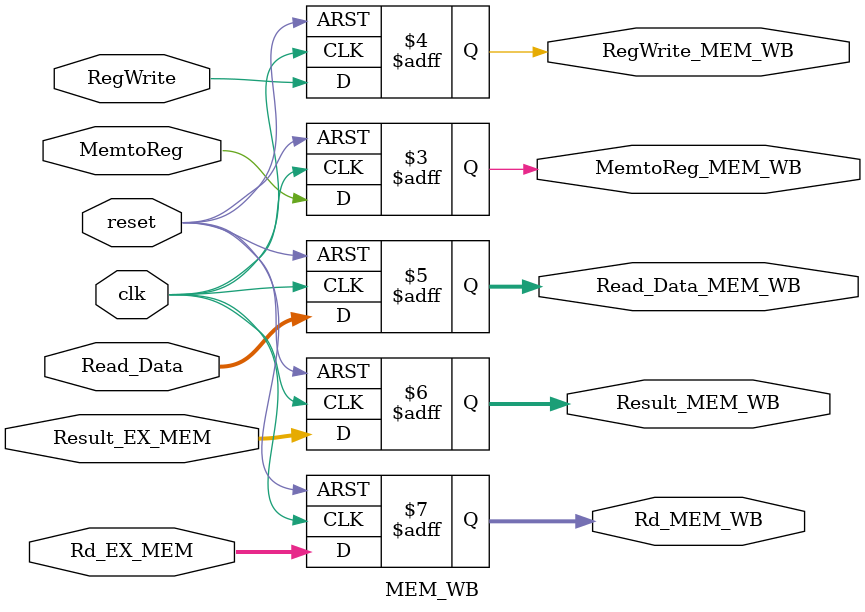
<source format=v>
`timescale 1ns / 1ps


module MEM_WB(
    input clk, reset,
    input MemtoReg,  RegWrite,
    input [63:0] Read_Data, Result_EX_MEM,
    input [4:0] Rd_EX_MEM,
    output reg MemtoReg_MEM_WB, RegWrite_MEM_WB, 
    output reg [63:0] Read_Data_MEM_WB, Result_MEM_WB,
    output reg [4:0] Rd_MEM_WB
    );
    
    always @(posedge clk or posedge reset) 
    begin
        if (reset == 1)             //reset values to 0 if reset initiated
        begin
            MemtoReg_MEM_WB <= 0; 
            RegWrite_MEM_WB <= 0; 
            Rd_MEM_WB <= 0;
            Read_Data_MEM_WB <= 0;
            Result_MEM_WB <= 0; 
            Rd_MEM_WB <= 0;
        end
        else                //forward values to register otherwise
        begin
            MemtoReg_MEM_WB <= MemtoReg; 
            RegWrite_MEM_WB <= RegWrite; 
            Rd_MEM_WB <= Rd_EX_MEM;
            Read_Data_MEM_WB <= Read_Data;
            Result_MEM_WB <= Result_EX_MEM; 
//            Rd_MEM_WB <= Rd_EX_MEM;
        end 
    end
endmodule

</source>
